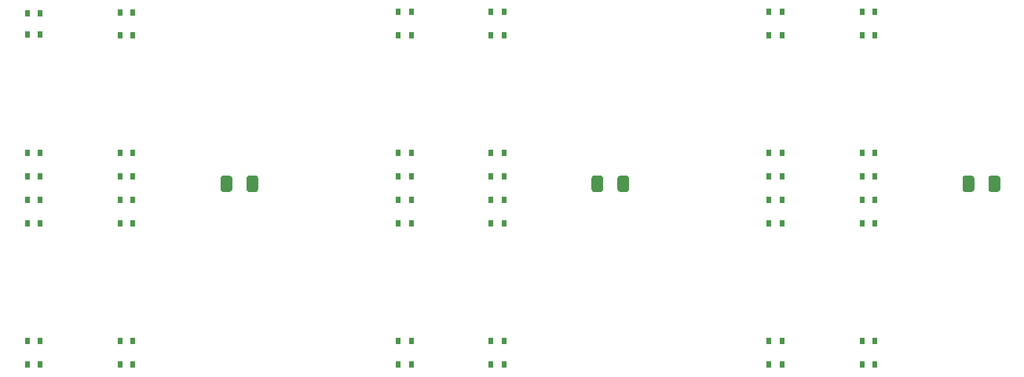
<source format=gbr>
%TF.GenerationSoftware,KiCad,Pcbnew,(5.1.6)-1*%
%TF.CreationDate,2020-07-21T23:35:01+09:00*%
%TF.ProjectId,PWM-PCA9685,50574d2d-5043-4413-9936-38352e6b6963,rev?*%
%TF.SameCoordinates,Original*%
%TF.FileFunction,Paste,Bot*%
%TF.FilePolarity,Positive*%
%FSLAX46Y46*%
G04 Gerber Fmt 4.6, Leading zero omitted, Abs format (unit mm)*
G04 Created by KiCad (PCBNEW (5.1.6)-1) date 2020-07-21 23:35:01*
%MOMM*%
%LPD*%
G01*
G04 APERTURE LIST*
%ADD10R,0.600000X0.700000*%
G04 APERTURE END LIST*
%TO.C,C7*%
G36*
G01*
X139950000Y-71625000D02*
X139950000Y-70375000D01*
G75*
G02*
X140200000Y-70125000I250000J0D01*
G01*
X140950000Y-70125000D01*
G75*
G02*
X141200000Y-70375000I0J-250000D01*
G01*
X141200000Y-71625000D01*
G75*
G02*
X140950000Y-71875000I-250000J0D01*
G01*
X140200000Y-71875000D01*
G75*
G02*
X139950000Y-71625000I0J250000D01*
G01*
G37*
G36*
G01*
X137150000Y-71625000D02*
X137150000Y-70375000D01*
G75*
G02*
X137400000Y-70125000I250000J0D01*
G01*
X138150000Y-70125000D01*
G75*
G02*
X138400000Y-70375000I0J-250000D01*
G01*
X138400000Y-71625000D01*
G75*
G02*
X138150000Y-71875000I-250000J0D01*
G01*
X137400000Y-71875000D01*
G75*
G02*
X137150000Y-71625000I0J250000D01*
G01*
G37*
%TD*%
%TO.C,C6*%
G36*
G01*
X99950000Y-71625000D02*
X99950000Y-70375000D01*
G75*
G02*
X100200000Y-70125000I250000J0D01*
G01*
X100950000Y-70125000D01*
G75*
G02*
X101200000Y-70375000I0J-250000D01*
G01*
X101200000Y-71625000D01*
G75*
G02*
X100950000Y-71875000I-250000J0D01*
G01*
X100200000Y-71875000D01*
G75*
G02*
X99950000Y-71625000I0J250000D01*
G01*
G37*
G36*
G01*
X97150000Y-71625000D02*
X97150000Y-70375000D01*
G75*
G02*
X97400000Y-70125000I250000J0D01*
G01*
X98150000Y-70125000D01*
G75*
G02*
X98400000Y-70375000I0J-250000D01*
G01*
X98400000Y-71625000D01*
G75*
G02*
X98150000Y-71875000I-250000J0D01*
G01*
X97400000Y-71875000D01*
G75*
G02*
X97150000Y-71625000I0J250000D01*
G01*
G37*
%TD*%
%TO.C,C5*%
G36*
G01*
X59950000Y-71625000D02*
X59950000Y-70375000D01*
G75*
G02*
X60200000Y-70125000I250000J0D01*
G01*
X60950000Y-70125000D01*
G75*
G02*
X61200000Y-70375000I0J-250000D01*
G01*
X61200000Y-71625000D01*
G75*
G02*
X60950000Y-71875000I-250000J0D01*
G01*
X60200000Y-71875000D01*
G75*
G02*
X59950000Y-71625000I0J250000D01*
G01*
G37*
G36*
G01*
X57150000Y-71625000D02*
X57150000Y-70375000D01*
G75*
G02*
X57400000Y-70125000I250000J0D01*
G01*
X58150000Y-70125000D01*
G75*
G02*
X58400000Y-70375000I0J-250000D01*
G01*
X58400000Y-71625000D01*
G75*
G02*
X58150000Y-71875000I-250000J0D01*
G01*
X57400000Y-71875000D01*
G75*
G02*
X57150000Y-71625000I0J250000D01*
G01*
G37*
%TD*%
D10*
%TO.C,D38*%
X126300000Y-72770000D03*
X127700000Y-72770000D03*
%TD*%
%TO.C,D48*%
X116300000Y-52450000D03*
X117700000Y-52450000D03*
%TD*%
%TO.C,D47*%
X116300000Y-54990000D03*
X117700000Y-54990000D03*
%TD*%
%TO.C,D46*%
X126300000Y-52450000D03*
X127700000Y-52450000D03*
%TD*%
%TO.C,D45*%
X126300000Y-54990000D03*
X127700000Y-54990000D03*
%TD*%
%TO.C,D44*%
X126300000Y-67690000D03*
X127700000Y-67690000D03*
%TD*%
%TO.C,D43*%
X126300000Y-70230000D03*
X127700000Y-70230000D03*
%TD*%
%TO.C,D42*%
X116300000Y-67690000D03*
X117700000Y-67690000D03*
%TD*%
%TO.C,D41*%
X116300000Y-70230000D03*
X117700000Y-70230000D03*
%TD*%
%TO.C,D40*%
X116300000Y-72770000D03*
X117700000Y-72770000D03*
%TD*%
%TO.C,D39*%
X116300000Y-75310000D03*
X117700000Y-75310000D03*
%TD*%
%TO.C,D37*%
X126300000Y-75310000D03*
X127700000Y-75310000D03*
%TD*%
%TO.C,D36*%
X126300000Y-88010000D03*
X127700000Y-88010000D03*
%TD*%
%TO.C,D35*%
X126300000Y-90550000D03*
X127700000Y-90550000D03*
%TD*%
%TO.C,D34*%
X116300000Y-88010000D03*
X117700000Y-88010000D03*
%TD*%
%TO.C,D33*%
X116300000Y-90550000D03*
X117700000Y-90550000D03*
%TD*%
%TO.C,D32*%
X76300000Y-52450000D03*
X77700000Y-52450000D03*
%TD*%
%TO.C,D31*%
X76300000Y-54990000D03*
X77700000Y-54990000D03*
%TD*%
%TO.C,D30*%
X86300000Y-52450000D03*
X87700000Y-52450000D03*
%TD*%
%TO.C,D29*%
X86300000Y-54990000D03*
X87700000Y-54990000D03*
%TD*%
%TO.C,D28*%
X86300000Y-67690000D03*
X87700000Y-67690000D03*
%TD*%
%TO.C,D27*%
X86300000Y-70230000D03*
X87700000Y-70230000D03*
%TD*%
%TO.C,D26*%
X76300000Y-67690000D03*
X77700000Y-67690000D03*
%TD*%
%TO.C,D25*%
X76300000Y-70230000D03*
X77700000Y-70230000D03*
%TD*%
%TO.C,D24*%
X76300000Y-72770000D03*
X77700000Y-72770000D03*
%TD*%
%TO.C,D23*%
X76300000Y-75310000D03*
X77700000Y-75310000D03*
%TD*%
%TO.C,D22*%
X86300000Y-72770000D03*
X87700000Y-72770000D03*
%TD*%
%TO.C,D21*%
X86300000Y-75310000D03*
X87700000Y-75310000D03*
%TD*%
%TO.C,D20*%
X86300000Y-88010000D03*
X87700000Y-88010000D03*
%TD*%
%TO.C,D19*%
X86300000Y-90550000D03*
X87700000Y-90550000D03*
%TD*%
%TO.C,D18*%
X76300000Y-88010000D03*
X77700000Y-88010000D03*
%TD*%
%TO.C,D17*%
X76300000Y-90550000D03*
X77700000Y-90550000D03*
%TD*%
%TO.C,D16*%
X36300000Y-52590000D03*
X37700000Y-52590000D03*
%TD*%
%TO.C,D15*%
X36300000Y-54850000D03*
X37700000Y-54850000D03*
%TD*%
%TO.C,D14*%
X46300000Y-52500000D03*
X47700000Y-52500000D03*
%TD*%
%TO.C,D13*%
X46300000Y-54980000D03*
X47700000Y-54980000D03*
%TD*%
%TO.C,D12*%
X46300000Y-67690000D03*
X47700000Y-67690000D03*
%TD*%
%TO.C,D11*%
X46300000Y-70230000D03*
X47700000Y-70230000D03*
%TD*%
%TO.C,D10*%
X36300000Y-67690000D03*
X37700000Y-67690000D03*
%TD*%
%TO.C,D9*%
X36300000Y-70230000D03*
X37700000Y-70230000D03*
%TD*%
%TO.C,D8*%
X36300000Y-72770000D03*
X37700000Y-72770000D03*
%TD*%
%TO.C,D7*%
X36300000Y-75310000D03*
X37700000Y-75310000D03*
%TD*%
%TO.C,D6*%
X46300000Y-72770000D03*
X47700000Y-72770000D03*
%TD*%
%TO.C,D5*%
X46300000Y-75310000D03*
X47700000Y-75310000D03*
%TD*%
%TO.C,D4*%
X46300000Y-88010000D03*
X47700000Y-88010000D03*
%TD*%
%TO.C,D3*%
X46300000Y-90550000D03*
X47700000Y-90550000D03*
%TD*%
%TO.C,D2*%
X36300000Y-88010000D03*
X37700000Y-88010000D03*
%TD*%
%TO.C,D1*%
X36300000Y-90550000D03*
X37700000Y-90550000D03*
%TD*%
M02*

</source>
